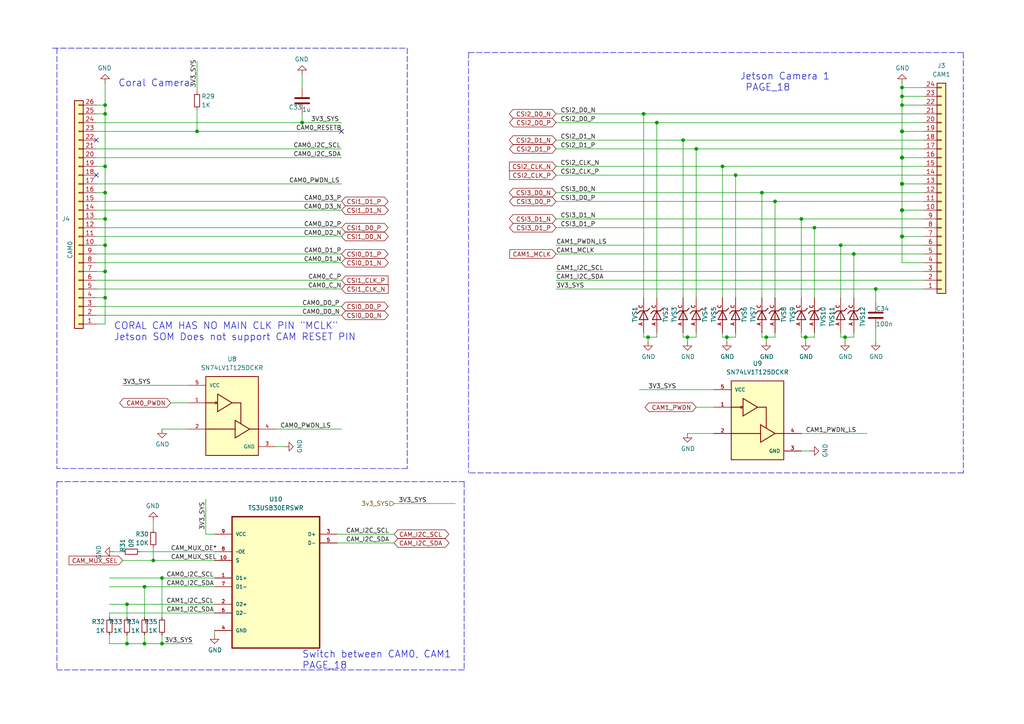
<source format=kicad_sch>
(kicad_sch (version 20211123) (generator eeschema)
  (paper "A4")
  (lib_symbols
    (symbol "Connector_Generic:Conn_01x24" (pin_names (offset 1.016) hide)
      (property "Reference" "J" (at 0 30.48 0))
      (property "Value" "Conn_01x24" (at 0 -33.02 0))
      (symbol "Conn_01x24_1_1"
        (rectangle (start -1.27 -30.353) (end 0 -30.607) (stroke (width 0.1524)))
        (rectangle (start -1.27 -27.813) (end 0 -28.067) (stroke (width 0.1524)))
        (rectangle (start -1.27 -25.273) (end 0 -25.527) (stroke (width 0.1524)))
        (rectangle (start -1.27 -22.733) (end 0 -22.987) (stroke (width 0.1524)))
        (rectangle (start -1.27 -20.193) (end 0 -20.447) (stroke (width 0.1524)))
        (rectangle (start -1.27 -17.653) (end 0 -17.907) (stroke (width 0.1524)))
        (rectangle (start -1.27 -15.113) (end 0 -15.367) (stroke (width 0.1524)))
        (rectangle (start -1.27 -12.573) (end 0 -12.827) (stroke (width 0.1524)))
        (rectangle (start -1.27 -10.033) (end 0 -10.287) (stroke (width 0.1524)))
        (rectangle (start -1.27 -7.493) (end 0 -7.747) (stroke (width 0.1524)))
        (rectangle (start -1.27 -4.953) (end 0 -5.207) (stroke (width 0.1524)))
        (rectangle (start -1.27 -2.413) (end 0 -2.667) (stroke (width 0.1524)))
        (rectangle (start -1.27 0.127) (end 0 -0.127) (stroke (width 0.1524)))
        (rectangle (start -1.27 2.667) (end 0 2.413) (stroke (width 0.1524)))
        (rectangle (start -1.27 5.207) (end 0 4.953) (stroke (width 0.1524)))
        (rectangle (start -1.27 7.747) (end 0 7.493) (stroke (width 0.1524)))
        (rectangle (start -1.27 10.287) (end 0 10.033) (stroke (width 0.1524)))
        (rectangle (start -1.27 12.827) (end 0 12.573) (stroke (width 0.1524)))
        (rectangle (start -1.27 15.367) (end 0 15.113) (stroke (width 0.1524)))
        (rectangle (start -1.27 17.907) (end 0 17.653) (stroke (width 0.1524)))
        (rectangle (start -1.27 20.447) (end 0 20.193) (stroke (width 0.1524)))
        (rectangle (start -1.27 22.987) (end 0 22.733) (stroke (width 0.1524)))
        (rectangle (start -1.27 25.527) (end 0 25.273) (stroke (width 0.1524)))
        (rectangle (start -1.27 28.067) (end 0 27.813) (stroke (width 0.1524)))
        (rectangle (start -1.27 29.21) (end 1.27 -31.75) (stroke (width 0.254)) (fill (type background)))
        (pin passive line (at -5.08 27.94 0) (length 3.81) (name "Pin_1") (number "1"))
        (pin passive line (at -5.08 5.08 0) (length 3.81) (name "Pin_10") (number "10"))
        (pin passive line (at -5.08 2.54 0) (length 3.81) (name "Pin_11") (number "11"))
        (pin passive line (at -5.08 0 0) (length 3.81) (name "Pin_12") (number "12"))
        (pin passive line (at -5.08 -2.54 0) (length 3.81) (name "Pin_13") (number "13"))
        (pin passive line (at -5.08 -5.08 0) (length 3.81) (name "Pin_14") (number "14"))
        (pin passive line (at -5.08 -7.62 0) (length 3.81) (name "Pin_15") (number "15"))
        (pin passive line (at -5.08 -10.16 0) (length 3.81) (name "Pin_16") (number "16"))
        (pin passive line (at -5.08 -12.7 0) (length 3.81) (name "Pin_17") (number "17"))
        (pin passive line (at -5.08 -15.24 0) (length 3.81) (name "Pin_18") (number "18"))
        (pin passive line (at -5.08 -17.78 0) (length 3.81) (name "Pin_19") (number "19"))
        (pin passive line (at -5.08 25.4 0) (length 3.81) (name "Pin_2") (number "2"))
        (pin passive line (at -5.08 -20.32 0) (length 3.81) (name "Pin_20") (number "20"))
        (pin passive line (at -5.08 -22.86 0) (length 3.81) (name "Pin_21") (number "21"))
        (pin passive line (at -5.08 -25.4 0) (length 3.81) (name "Pin_22") (number "22"))
        (pin passive line (at -5.08 -27.94 0) (length 3.81) (name "Pin_23") (number "23"))
        (pin passive line (at -5.08 -30.48 0) (length 3.81) (name "Pin_24") (number "24"))
        (pin passive line (at -5.08 22.86 0) (length 3.81) (name "Pin_3") (number "3"))
        (pin passive line (at -5.08 20.32 0) (length 3.81) (name "Pin_4") (number "4"))
        (pin passive line (at -5.08 17.78 0) (length 3.81) (name "Pin_5") (number "5"))
        (pin passive line (at -5.08 15.24 0) (length 3.81) (name "Pin_6") (number "6"))
        (pin passive line (at -5.08 12.7 0) (length 3.81) (name "Pin_7") (number "7"))
        (pin passive line (at -5.08 10.16 0) (length 3.81) (name "Pin_8") (number "8"))
        (pin passive line (at -5.08 7.62 0) (length 3.81) (name "Pin_9") (number "9"))
      )
    )
    (symbol "Connector_Generic:Conn_01x26" (pin_names (offset 1.016) hide)
      (property "Reference" "J" (at 0 33.02 0))
      (property "Value" "Conn_01x26" (at 0 -35.56 0))
      (symbol "Conn_01x26_1_1"
        (rectangle (start -1.27 -32.893) (end 0 -33.147) (stroke (width 0.1524)))
        (rectangle (start -1.27 -30.353) (end 0 -30.607) (stroke (width 0.1524)))
        (rectangle (start -1.27 -27.813) (end 0 -28.067) (stroke (width 0.1524)))
        (rectangle (start -1.27 -25.273) (end 0 -25.527) (stroke (width 0.1524)))
        (rectangle (start -1.27 -22.733) (end 0 -22.987) (stroke (width 0.1524)))
        (rectangle (start -1.27 -20.193) (end 0 -20.447) (stroke (width 0.1524)))
        (rectangle (start -1.27 -17.653) (end 0 -17.907) (stroke (width 0.1524)))
        (rectangle (start -1.27 -15.113) (end 0 -15.367) (stroke (width 0.1524)))
        (rectangle (start -1.27 -12.573) (end 0 -12.827) (stroke (width 0.1524)))
        (rectangle (start -1.27 -10.033) (end 0 -10.287) (stroke (width 0.1524)))
        (rectangle (start -1.27 -7.493) (end 0 -7.747) (stroke (width 0.1524)))
        (rectangle (start -1.27 -4.953) (end 0 -5.207) (stroke (width 0.1524)))
        (rectangle (start -1.27 -2.413) (end 0 -2.667) (stroke (width 0.1524)))
        (rectangle (start -1.27 0.127) (end 0 -0.127) (stroke (width 0.1524)))
        (rectangle (start -1.27 2.667) (end 0 2.413) (stroke (width 0.1524)))
        (rectangle (start -1.27 5.207) (end 0 4.953) (stroke (width 0.1524)))
        (rectangle (start -1.27 7.747) (end 0 7.493) (stroke (width 0.1524)))
        (rectangle (start -1.27 10.287) (end 0 10.033) (stroke (width 0.1524)))
        (rectangle (start -1.27 12.827) (end 0 12.573) (stroke (width 0.1524)))
        (rectangle (start -1.27 15.367) (end 0 15.113) (stroke (width 0.1524)))
        (rectangle (start -1.27 17.907) (end 0 17.653) (stroke (width 0.1524)))
        (rectangle (start -1.27 20.447) (end 0 20.193) (stroke (width 0.1524)))
        (rectangle (start -1.27 22.987) (end 0 22.733) (stroke (width 0.1524)))
        (rectangle (start -1.27 25.527) (end 0 25.273) (stroke (width 0.1524)))
        (rectangle (start -1.27 28.067) (end 0 27.813) (stroke (width 0.1524)))
        (rectangle (start -1.27 30.607) (end 0 30.353) (stroke (width 0.1524)))
        (rectangle (start -1.27 31.75) (end 1.27 -34.29) (stroke (width 0.254)) (fill (type background)))
        (pin passive line (at -5.08 30.48 0) (length 3.81) (name "Pin_1") (number "1"))
        (pin passive line (at -5.08 7.62 0) (length 3.81) (name "Pin_10") (number "10"))
        (pin passive line (at -5.08 5.08 0) (length 3.81) (name "Pin_11") (number "11"))
        (pin passive line (at -5.08 2.54 0) (length 3.81) (name "Pin_12") (number "12"))
        (pin passive line (at -5.08 0 0) (length 3.81) (name "Pin_13") (number "13"))
        (pin passive line (at -5.08 -2.54 0) (length 3.81) (name "Pin_14") (number "14"))
        (pin passive line (at -5.08 -5.08 0) (length 3.81) (name "Pin_15") (number "15"))
        (pin passive line (at -5.08 -7.62 0) (length 3.81) (name "Pin_16") (number "16"))
        (pin passive line (at -5.08 -10.16 0) (length 3.81) (name "Pin_17") (number "17"))
        (pin passive line (at -5.08 -12.7 0) (length 3.81) (name "Pin_18") (number "18"))
        (pin passive line (at -5.08 -15.24 0) (length 3.81) (name "Pin_19") (number "19"))
        (pin passive line (at -5.08 27.94 0) (length 3.81) (name "Pin_2") (number "2"))
        (pin passive line (at -5.08 -17.78 0) (length 3.81) (name "Pin_20") (number "20"))
        (pin passive line (at -5.08 -20.32 0) (length 3.81) (name "Pin_21") (number "21"))
        (pin passive line (at -5.08 -22.86 0) (length 3.81) (name "Pin_22") (number "22"))
        (pin passive line (at -5.08 -25.4 0) (length 3.81) (name "Pin_23") (number "23"))
        (pin passive line (at -5.08 -27.94 0) (length 3.81) (name "Pin_24") (number "24"))
        (pin passive line (at -5.08 -30.48 0) (length 3.81) (name "Pin_25") (number "25"))
        (pin passive line (at -5.08 -33.02 0) (length 3.81) (name "Pin_26") (number "26"))
        (pin passive line (at -5.08 25.4 0) (length 3.81) (name "Pin_3") (number "3"))
        (pin passive line (at -5.08 22.86 0) (length 3.81) (name "Pin_4") (number "4"))
        (pin passive line (at -5.08 20.32 0) (length 3.81) (name "Pin_5") (number "5"))
        (pin passive line (at -5.08 17.78 0) (length 3.81) (name "Pin_6") (number "6"))
        (pin passive line (at -5.08 15.24 0) (length 3.81) (name "Pin_7") (number "7"))
        (pin passive line (at -5.08 12.7 0) (length 3.81) (name "Pin_8") (number "8"))
        (pin passive line (at -5.08 10.16 0) (length 3.81) (name "Pin_9") (number "9"))
      )
    )
    (symbol "Device:C" (pin_numbers hide) (pin_names (offset 0.254))
      (property "Reference" "C" (at 0.635 2.54 0))
      (property "Value" "C" (at 0.635 -2.54 0))
      (symbol "C_0_1"
        (polyline (pts (xy -2.032 -0.762) (xy 2.032 -0.762)) (stroke (width 0.508)))
        (polyline (pts (xy -2.032 0.762) (xy 2.032 0.762)) (stroke (width 0.508)))
      )
      (symbol "C_1_1"
        (pin passive line (at 0 3.81 270) (length 2.794) (name "~") (number "1"))
        (pin passive line (at 0 -3.81 90) (length 2.794) (name "~") (number "2"))
      )
    )
    (symbol "Device:R_Small" (pin_numbers hide) (pin_names (offset 0.254) hide)
      (property "Reference" "R" (at 0.762 0.508 0))
      (property "Value" "R_Small" (at 0.762 -1.016 0))
      (symbol "R_Small_0_1"
        (rectangle (start -0.762 1.778) (end 0.762 -1.778) (stroke (width 0.2032)))
      )
      (symbol "R_Small_1_1"
        (pin passive line (at 0 2.54 270) (length 0.762) (name "~") (number "1"))
        (pin passive line (at 0 -2.54 90) (length 0.762) (name "~") (number "2"))
      )
    )
    (symbol "ESD9L5.0ST5G:ESD9L5.0ST5G" (pin_names (offset 1.016))
      (property "Reference" "D" (at -5.0835 2.9239 0))
      (property "Value" "ESD9L5.0ST5G" (at -4.8314 -3.9451 0))
      (symbol "ESD9L5.0ST5G_0_0"
        (polyline (pts (xy -1.27 -1.27) (xy 1.27 0)) (stroke (width 0.254)))
        (polyline (pts (xy -1.27 1.27) (xy -1.27 -1.27)) (stroke (width 0.254)))
        (polyline (pts (xy 1.27 -1.016) (xy 2.032 -1.778)) (stroke (width 0.254)))
        (polyline (pts (xy 1.27 0) (xy -1.27 1.27)) (stroke (width 0.254)))
        (polyline (pts (xy 1.27 0) (xy 1.27 -1.016)) (stroke (width 0.254)))
        (polyline (pts (xy 1.27 1.016) (xy 0.508 1.778)) (stroke (width 0.254)))
        (polyline (pts (xy 1.27 1.016) (xy 1.27 0)) (stroke (width 0.254)))
        (pin passive line (at -5.08 0 0) (length 5.08) (name "~") (number "A"))
        (pin passive line (at 5.08 0 180) (length 5.08) (name "~") (number "C"))
      )
    )
    (symbol "SN74LV1T125DCKR:SN74LV1T125DCKR" (pin_names (offset 1.016))
      (property "Reference" "U" (at -7.62 13.7 0))
      (property "Value" "SN74LV1T125DCKR" (at -7.62 -12.7 0))
      (symbol "SN74LV1T125DCKR_0_0"
        (rectangle (start -7.62 -10.16) (end 7.62 12.7) (stroke (width 0.254)) (fill (type background)))
        (circle (center -4.699 5.08) (radius 0.254) (stroke (width 0.254)))
        (polyline (pts (xy -7.62 -2.54) (xy 0.889 -2.54)) (stroke (width 0.254)))
        (polyline (pts (xy -7.62 5.08) (xy -5.08 5.08)) (stroke (width 0.254)))
        (polyline (pts (xy -4.191 2.54) (xy 0 5.08)) (stroke (width 0.254)))
        (polyline (pts (xy -4.191 7.62) (xy -4.191 2.54)) (stroke (width 0.254)))
        (polyline (pts (xy 0 5.08) (xy -4.191 7.62)) (stroke (width 0.254)))
        (polyline (pts (xy 0 5.08) (xy 2.54 5.08)) (stroke (width 0.254)))
        (polyline (pts (xy 0.889 -5.08) (xy 5.08 -2.54)) (stroke (width 0.254)))
        (polyline (pts (xy 0.889 -2.54) (xy 0.889 -5.08)) (stroke (width 0.254)))
        (polyline (pts (xy 0.889 0) (xy 0.889 -2.54)) (stroke (width 0.254)))
        (polyline (pts (xy 2.54 5.08) (xy 2.54 -0.889)) (stroke (width 0.254)))
        (polyline (pts (xy 5.08 -2.54) (xy 0.889 0)) (stroke (width 0.254)))
        (polyline (pts (xy 5.08 -2.54) (xy 7.62 -2.54)) (stroke (width 0.254)))
        (pin input line (at -12.7 5.08 0) (length 5.08) (name "~") (number "1"))
        (pin input line (at -12.7 -2.54 0) (length 5.08) (name "~") (number "2"))
        (pin power_in line (at 12.7 -7.62 180) (length 5.08) (name "GND") (number "3"))
        (pin output line (at 12.7 -2.54 180) (length 5.08) (name "~") (number "4"))
        (pin power_in line (at -12.7 10.16 0) (length 5.08) (name "VCC") (number "5"))
      )
    )
    (symbol "TS3USB30ERSWR:TS3USB30ERSWR" (pin_names (offset 1.016))
      (property "Reference" "U" (at -5.039 17.6619 0))
      (property "Value" "TS3USB30ERSWR" (at -4.757 -27.2704 0))
      (symbol "TS3USB30ERSWR_0_0"
        (rectangle (start -12.7 -22.86) (end 12.7 15.24) (stroke (width 0.4064)) (fill (type background)))
        (pin bidirectional line (at -17.78 -2.54 0) (length 5.08) (name "D1+") (number "1"))
        (pin input line (at -17.78 2.54 0) (length 5.08) (name "S") (number "10"))
        (pin bidirectional line (at -17.78 -10.16 0) (length 5.08) (name "D2+") (number "2"))
        (pin bidirectional line (at 17.78 10.16 180) (length 5.08) (name "D+") (number "3"))
        (pin passive line (at -17.78 -17.78 0) (length 5.08) (name "GND") (number "4"))
        (pin bidirectional line (at 17.78 7.62 180) (length 5.08) (name "D-") (number "5"))
        (pin bidirectional line (at -17.78 -12.7 0) (length 5.08) (name "D2-") (number "6"))
        (pin bidirectional line (at -17.78 -5.08 0) (length 5.08) (name "D1-") (number "7"))
        (pin input line (at -17.78 5.08 0) (length 5.08) (name "~OE") (number "8"))
        (pin power_in line (at -17.78 10.16 0) (length 5.08) (name "VCC") (number "9"))
      )
    )
    (symbol "power:GND" (power) (pin_names (offset 0))
      (property "Value" "GND" (at 0 -3.81 0))
      (symbol "GND_0_1"
        (polyline (pts (xy 0 0) (xy 0 -1.27) (xy 1.27 -1.27) (xy 0 -2.54) (xy -1.27 -1.27) (xy 0 -1.27)))
      )
      (symbol "GND_1_1"
        (pin power_in line (at 0 0 270) (length 0) hide (name "GND") (number "1"))
      )
    )
  )
  (junction (at 261.62 30.48))
  (junction (at 210.82 97.79))
  (junction (at 46.99 167.64))
  (junction (at 30.48 86.36))
  (junction (at 44.45 162.56))
  (junction (at 46.99 186.69))
  (junction (at 243.84 71.12))
  (junction (at 30.48 48.26))
  (junction (at 261.62 53.34) (diameter 1.016))
  (junction (at 232.41 63.5))
  (junction (at 224.79 58.42))
  (junction (at 261.62 38.1) (diameter 1.016))
  (junction (at 30.48 78.74))
  (junction (at 261.62 45.72) (diameter 1.016))
  (junction (at 209.55 48.26))
  (junction (at 233.68 97.79))
  (junction (at 187.96 97.79))
  (junction (at 220.98 55.88))
  (junction (at 30.48 30.48))
  (junction (at 36.83 186.69))
  (junction (at 201.93 43.18))
  (junction (at 213.36 50.8))
  (junction (at 87.63 35.56))
  (junction (at 186.69 33.02))
  (junction (at 57.15 38.1))
  (junction (at 36.83 175.26))
  (junction (at 30.48 55.88))
  (junction (at 261.62 27.94))
  (junction (at 190.5 35.56))
  (junction (at 236.22 66.04))
  (junction (at 41.91 186.69))
  (junction (at 247.65 73.66))
  (junction (at 30.48 63.5))
  (junction (at 41.91 170.18))
  (junction (at 261.62 25.4))
  (junction (at 254 83.82))
  (junction (at 245.11 97.79))
  (junction (at 30.48 71.12))
  (junction (at 199.39 97.79))
  (junction (at 30.48 33.02))
  (junction (at 198.12 40.64))
  (junction (at 222.25 97.79))
  (junction (at 261.62 68.58) (diameter 1.016))
  (junction (at 261.62 60.96) (diameter 1.016))
  (no_connect (at 27.94 40.64))
  (no_connect (at 99.06 38.1))
  (no_connect (at 27.94 50.8))
  (wire (pts (xy 36.83 186.69) (xy 31.75 186.69)))
  (wire (pts (xy 41.91 184.15) (xy 41.91 186.69)))
  (wire (pts (xy 30.48 86.36) (xy 27.94 86.36)))
  (wire (pts (xy 213.36 97.79) (xy 210.82 97.79)))
  (wire (pts (xy 198.12 97.79) (xy 198.12 96.52)))
  (wire (pts (xy 161.29 66.04) (xy 236.22 66.04)))
  (wire (pts (xy 57.15 17.78) (xy 57.15 26.67)))
  (wire (pts (xy 30.48 24.13) (xy 30.48 30.48)))
  (wire (pts (xy 186.69 33.02) (xy 267.97 33.02)))
  (polyline (pts (xy 134.62 194.31) (xy 16.51 194.31)))
  (wire (pts (xy 27.94 78.74) (xy 30.48 78.74)))
  (wire (pts (xy 213.36 96.52) (xy 213.36 97.79)))
  (wire (pts (xy 46.99 186.69) (xy 41.91 186.69)))
  (polyline (pts (xy 16.51 13.97) (xy 16.51 135.89)))
  (wire (pts (xy 220.98 55.88) (xy 220.98 86.36)))
  (wire (pts (xy 49.53 116.84) (xy 54.61 116.84)))
  (wire (pts (xy 27.94 66.04) (xy 99.06 66.04)))
  (wire (pts (xy 236.22 97.79) (xy 233.68 97.79)))
  (wire (pts (xy 161.29 71.12) (xy 243.84 71.12)))
  (wire (pts (xy 220.98 55.88) (xy 267.97 55.88)))
  (wire (pts (xy 209.55 48.26) (xy 267.97 48.26)))
  (wire (pts (xy 46.99 167.64) (xy 62.23 167.64)))
  (wire (pts (xy 97.79 154.94) (xy 114.3 154.94)))
  (wire (pts (xy 44.45 151.13) (xy 44.45 153.67)))
  (wire (pts (xy 199.39 97.79) (xy 198.12 97.79)))
  (wire (pts (xy 27.94 43.18) (xy 99.06 43.18)))
  (wire (pts (xy 35.56 111.76) (xy 54.61 111.76)))
  (polyline (pts (xy 16.51 139.7) (xy 134.62 139.7)))
  (wire (pts (xy 27.94 81.28) (xy 99.06 81.28)))
  (wire (pts (xy 186.69 33.02) (xy 186.69 86.36)))
  (wire (pts (xy 30.48 33.02) (xy 27.94 33.02)))
  (wire (pts (xy 220.98 97.79) (xy 220.98 96.52)))
  (wire (pts (xy 190.5 97.79) (xy 187.96 97.79)))
  (polyline (pts (xy 134.62 139.7) (xy 134.62 194.31)))
  (wire (pts (xy 232.41 125.73) (xy 251.46 125.73)))
  (wire (pts (xy 261.62 25.4) (xy 261.62 24.13)))
  (wire (pts (xy 31.75 177.8) (xy 31.75 179.07)))
  (wire (pts (xy 254 83.82) (xy 267.97 83.82)))
  (wire (pts (xy 190.5 35.56) (xy 267.97 35.56)))
  (wire (pts (xy 186.69 97.79) (xy 186.69 96.52)))
  (wire (pts (xy 209.55 97.79) (xy 209.55 96.52)))
  (wire (pts (xy 40.64 160.02) (xy 62.23 160.02)))
  (wire (pts (xy 187.96 97.79) (xy 186.69 97.79)))
  (wire (pts (xy 97.79 157.48) (xy 114.3 157.48)))
  (polyline (pts (xy 118.11 135.89) (xy 16.51 135.89)))
  (wire (pts (xy 41.91 170.18) (xy 62.23 170.18)))
  (wire (pts (xy 30.48 55.88) (xy 30.48 63.5)))
  (wire (pts (xy 232.41 63.5) (xy 232.41 86.36)))
  (wire (pts (xy 224.79 58.42) (xy 267.97 58.42)))
  (wire (pts (xy 224.79 58.42) (xy 224.79 86.36)))
  (polyline (pts (xy 279.4 137.16) (xy 156.21 137.16)))
  (wire (pts (xy 31.75 175.26) (xy 36.83 175.26)))
  (wire (pts (xy 33.02 160.02) (xy 35.56 160.02)))
  (wire (pts (xy 27.94 71.12) (xy 30.48 71.12)))
  (wire (pts (xy 261.62 38.1) (xy 267.97 38.1)))
  (wire (pts (xy 261.62 30.48) (xy 267.97 30.48)))
  (wire (pts (xy 161.29 50.8) (xy 213.36 50.8)))
  (wire (pts (xy 233.68 99.06) (xy 233.68 97.79)))
  (wire (pts (xy 161.29 48.26) (xy 209.55 48.26)))
  (wire (pts (xy 62.23 184.15) (xy 62.23 182.88)))
  (wire (pts (xy 247.65 96.52) (xy 247.65 97.79)))
  (wire (pts (xy 27.94 38.1) (xy 57.15 38.1)))
  (wire (pts (xy 245.11 97.79) (xy 243.84 97.79)))
  (wire (pts (xy 30.48 71.12) (xy 30.48 78.74)))
  (wire (pts (xy 161.29 33.02) (xy 186.69 33.02)))
  (wire (pts (xy 27.94 76.2) (xy 99.06 76.2)))
  (wire (pts (xy 30.48 33.02) (xy 30.48 30.48)))
  (wire (pts (xy 41.91 170.18) (xy 41.91 179.07)))
  (wire (pts (xy 224.79 97.79) (xy 222.25 97.79)))
  (wire (pts (xy 36.83 184.15) (xy 36.83 186.69)))
  (wire (pts (xy 27.94 35.56) (xy 87.63 35.56)))
  (wire (pts (xy 46.99 186.69) (xy 55.88 186.69)))
  (polyline (pts (xy 16.51 139.7) (xy 16.51 194.31)))
  (wire (pts (xy 80.01 124.46) (xy 99.06 124.46)))
  (wire (pts (xy 190.5 35.56) (xy 190.5 86.36)))
  (wire (pts (xy 201.93 97.79) (xy 199.39 97.79)))
  (wire (pts (xy 27.94 45.72) (xy 99.06 45.72)))
  (polyline (pts (xy 135.89 15.24) (xy 135.89 137.16)))
  (wire (pts (xy 30.48 55.88) (xy 30.48 48.26)))
  (wire (pts (xy 213.36 50.8) (xy 213.36 86.36)))
  (wire (pts (xy 261.62 45.72) (xy 261.62 38.1)))
  (wire (pts (xy 232.41 97.79) (xy 232.41 96.52)))
  (wire (pts (xy 261.62 27.94) (xy 267.97 27.94)))
  (wire (pts (xy 27.94 93.98) (xy 30.48 93.98)))
  (wire (pts (xy 254 99.06) (xy 254 95.25)))
  (polyline (pts (xy 156.21 137.16) (xy 135.89 137.16)))
  (polyline (pts (xy 279.4 15.24) (xy 279.4 137.16)))
  (wire (pts (xy 27.94 68.58) (xy 99.06 68.58)))
  (wire (pts (xy 161.29 73.66) (xy 247.65 73.66)))
  (wire (pts (xy 27.94 60.96) (xy 99.06 60.96)))
  (wire (pts (xy 261.62 76.2) (xy 267.97 76.2)))
  (wire (pts (xy 261.62 45.72) (xy 267.97 45.72)))
  (wire (pts (xy 236.22 96.52) (xy 236.22 97.79)))
  (wire (pts (xy 30.48 93.98) (xy 30.48 86.36)))
  (wire (pts (xy 261.62 27.94) (xy 261.62 25.4)))
  (wire (pts (xy 261.62 25.4) (xy 267.97 25.4)))
  (wire (pts (xy 87.63 35.56) (xy 99.06 35.56)))
  (wire (pts (xy 222.25 99.06) (xy 222.25 97.79)))
  (wire (pts (xy 35.56 162.56) (xy 44.45 162.56)))
  (wire (pts (xy 243.84 97.79) (xy 243.84 96.52)))
  (wire (pts (xy 27.94 73.66) (xy 99.06 73.66)))
  (wire (pts (xy 30.48 48.26) (xy 30.48 33.02)))
  (wire (pts (xy 224.79 96.52) (xy 224.79 97.79)))
  (wire (pts (xy 190.5 96.52) (xy 190.5 97.79)))
  (wire (pts (xy 236.22 66.04) (xy 236.22 86.36)))
  (wire (pts (xy 114.3 146.05) (xy 132.08 146.05)))
  (wire (pts (xy 236.22 66.04) (xy 267.97 66.04)))
  (wire (pts (xy 30.48 78.74) (xy 30.48 86.36)))
  (wire (pts (xy 161.29 78.74) (xy 267.97 78.74)))
  (wire (pts (xy 62.23 154.94) (xy 59.69 154.94)))
  (wire (pts (xy 261.62 30.48) (xy 261.62 27.94)))
  (wire (pts (xy 261.62 68.58) (xy 261.62 60.96)))
  (wire (pts (xy 199.39 125.73) (xy 207.01 125.73)))
  (polyline (pts (xy 118.11 13.97) (xy 118.11 135.89)))
  (wire (pts (xy 233.68 97.79) (xy 232.41 97.79)))
  (wire (pts (xy 46.99 124.46) (xy 54.61 124.46)))
  (wire (pts (xy 201.93 43.18) (xy 201.93 86.36)))
  (wire (pts (xy 44.45 158.75) (xy 44.45 162.56)))
  (wire (pts (xy 199.39 99.06) (xy 199.39 97.79)))
  (wire (pts (xy 27.94 58.42) (xy 99.06 58.42)))
  (wire (pts (xy 59.69 144.78) (xy 59.69 154.94)))
  (wire (pts (xy 41.91 186.69) (xy 36.83 186.69)))
  (wire (pts (xy 161.29 58.42) (xy 224.79 58.42)))
  (wire (pts (xy 261.62 60.96) (xy 267.97 60.96)))
  (wire (pts (xy 187.96 99.06) (xy 187.96 97.79)))
  (wire (pts (xy 27.94 91.44) (xy 99.06 91.44)))
  (wire (pts (xy 247.65 73.66) (xy 247.65 86.36)))
  (wire (pts (xy 201.93 43.18) (xy 267.97 43.18)))
  (wire (pts (xy 201.93 96.52) (xy 201.93 97.79)))
  (wire (pts (xy 161.29 55.88) (xy 220.98 55.88)))
  (wire (pts (xy 161.29 83.82) (xy 254 83.82)))
  (wire (pts (xy 31.75 170.18) (xy 41.91 170.18)))
  (wire (pts (xy 57.15 38.1) (xy 99.06 38.1)))
  (wire (pts (xy 46.99 184.15) (xy 46.99 186.69)))
  (wire (pts (xy 30.48 55.88) (xy 27.94 55.88)))
  (wire (pts (xy 261.62 53.34) (xy 267.97 53.34)))
  (wire (pts (xy 261.62 53.34) (xy 261.62 45.72)))
  (wire (pts (xy 210.82 99.06) (xy 210.82 97.79)))
  (wire (pts (xy 30.48 63.5) (xy 30.48 71.12)))
  (wire (pts (xy 87.63 33.02) (xy 87.63 35.56)))
  (wire (pts (xy 261.62 38.1) (xy 261.62 30.48)))
  (wire (pts (xy 27.94 83.82) (xy 99.06 83.82)))
  (wire (pts (xy 201.93 118.11) (xy 207.01 118.11)))
  (wire (pts (xy 161.29 43.18) (xy 201.93 43.18)))
  (wire (pts (xy 36.83 175.26) (xy 62.23 175.26)))
  (wire (pts (xy 87.63 21.59) (xy 87.63 25.4)))
  (wire (pts (xy 161.29 40.64) (xy 198.12 40.64)))
  (polyline (pts (xy 15.24 13.97) (xy 118.11 13.97)))
  (wire (pts (xy 30.48 30.48) (xy 27.94 30.48)))
  (polyline (pts (xy 156.21 137.16) (xy 156.21 137.16)))
  (wire (pts (xy 31.75 186.69) (xy 31.75 184.15)))
  (wire (pts (xy 161.29 81.28) (xy 267.97 81.28)))
  (wire (pts (xy 198.12 40.64) (xy 198.12 86.36)))
  (wire (pts (xy 27.94 53.34) (xy 99.06 53.34)))
  (wire (pts (xy 161.29 35.56) (xy 190.5 35.56)))
  (wire (pts (xy 243.84 71.12) (xy 267.97 71.12)))
  (wire (pts (xy 232.41 63.5) (xy 267.97 63.5)))
  (wire (pts (xy 210.82 97.79) (xy 209.55 97.79)))
  (wire (pts (xy 44.45 162.56) (xy 62.23 162.56)))
  (wire (pts (xy 31.75 167.64) (xy 46.99 167.64)))
  (wire (pts (xy 185.42 113.03) (xy 207.01 113.03)))
  (wire (pts (xy 247.65 73.66) (xy 267.97 73.66)))
  (polyline (pts (xy 135.89 15.24) (xy 279.4 15.24)))
  (wire (pts (xy 261.62 68.58) (xy 267.97 68.58)))
  (wire (pts (xy 222.25 97.79) (xy 220.98 97.79)))
  (wire (pts (xy 261.62 76.2) (xy 261.62 68.58)))
  (wire (pts (xy 261.62 60.96) (xy 261.62 53.34)))
  (wire (pts (xy 245.11 99.06) (xy 245.11 97.79)))
  (wire (pts (xy 209.55 48.26) (xy 209.55 86.36)))
  (wire (pts (xy 31.75 177.8) (xy 62.23 177.8)))
  (wire (pts (xy 82.55 129.54) (xy 80.01 129.54)))
  (wire (pts (xy 247.65 97.79) (xy 245.11 97.79)))
  (wire (pts (xy 36.83 175.26) (xy 36.83 179.07)))
  (wire (pts (xy 213.36 50.8) (xy 267.97 50.8)))
  (wire (pts (xy 161.29 63.5) (xy 232.41 63.5)))
  (wire (pts (xy 46.99 167.64) (xy 46.99 179.07)))
  (wire (pts (xy 30.48 48.26) (xy 27.94 48.26)))
  (wire (pts (xy 243.84 71.12) (xy 243.84 86.36)))
  (wire (pts (xy 30.48 63.5) (xy 27.94 63.5)))
  (wire (pts (xy 27.94 88.9) (xy 99.06 88.9)))
  (wire (pts (xy 234.95 130.81) (xy 232.41 130.81)))
  (wire (pts (xy 254 83.82) (xy 254 87.63)))
  (wire (pts (xy 198.12 40.64) (xy 267.97 40.64)))
  (wire (pts (xy 57.15 31.75) (xy 57.15 38.1)))
  (text "CORAL CAM HAS NO MAIN CLK PIN \"MCLK\"\nJetson SOM Does not support CAM RESET PIN" (at 33.02 99.06 0) (effects (font (size 2.0066 2.0066)) (justify left bottom)))
  (text "Coral Camera" (at 34.29 25.4 0) (effects (font (size 2.0066 2.0066)) (justify left bottom)))
  (text "Switch between CAM0, CAM1\nPAGE_18" (at 87.63 194.31 0) (effects (font (size 2.0066 2.0066)) (justify left bottom)))
  (text "Jetson Camera 1\n PAGE_18" (at 214.63 26.67 0) (effects (font (size 2.0066 2.0066)) (justify left bottom)))
  (label "CAM0_D0_P" (at 87.63 88.9 0))
  (label "CAM1_I2C_SCL" (at 48.26 175.26 0))
  (label "CAM_MUX_OE*" (at 49.53 160.02 0))
  (label "3V3_SYS" (at 57.15 25.4 90))
  (label "CAM0_D3_P" (at 99.06 58.42 180))
  (label "CAM_MUX_SEL" (at 49.53 162.56 0))
  (label "3V3_SYS" (at 161.29 83.82 0))
  (label "CAM1_PWDN_LS" (at 233.68 125.73 0))
  (label "CAM1_I2C_SCL" (at 161.29 78.74 0))
  (label "CAM0_D0_N" (at 87.63 91.44 0))
  (label "3V3_SYS" (at 115.57 146.05 0))
  (label "CAM_I2C_SDA" (at 100.33 157.48 0))
  (label "3V3_SYS" (at 59.69 153.67 90))
  (label "CAM0_I2C_SDA" (at 48.26 170.18 0))
  (label "CAM0_D2_N" (at 99.06 68.58 180))
  (label "3V3_SYS" (at 90.17 35.56 0))
  (label "CSI3_D1_N" (at 162.56 63.5 0))
  (label "CSI3_D0_N" (at 162.56 55.88 0))
  (label "CAM0_C_P" (at 99.06 81.28 180))
  (label "CSI2_D1_N" (at 162.56 40.64 0))
  (label "CAM0_I2C_SCL" (at 85.09 43.18 0))
  (label "CSI3_D1_P" (at 162.56 66.04 0))
  (label "CAM0_D2_P" (at 99.06 66.04 180))
  (label "CAM0_PWDN_LS" (at 83.82 53.34 0))
  (label "CSI2_D1_P" (at 162.56 43.18 0))
  (label "CAM0_RESETB" (at 99.06 38.1 180))
  (label "CAM0_I2C_SDA" (at 85.09 45.72 0))
  (label "CAM0_PWDN_LS" (at 81.28 124.46 0))
  (label "CSI2_D0_P" (at 162.56 35.56 0))
  (label "CSI2_CLK_N" (at 162.56 48.26 0))
  (label "CAM1_I2C_SDA" (at 48.26 177.8 0))
  (label "CSI3_D0_P" (at 162.56 58.42 0))
  (label "CSI2_CLK_P" (at 162.56 50.8 0))
  (label "3V3_SYS" (at 35.56 111.76 0))
  (label "CAM_I2C_SCL" (at 100.33 154.94 0))
  (label "3V3_SYS" (at 187.96 113.03 0))
  (label "CAM0_D1_P" (at 99.06 73.66 180))
  (label "CAM0_D1_N" (at 99.06 76.2 180))
  (label "3V3_SYS" (at 55.88 186.69 180))
  (label "CAM1_PWDN_LS" (at 161.29 71.12 0))
  (label "CSI2_D0_N" (at 162.56 33.02 0))
  (label "CAM0_I2C_SCL" (at 48.26 167.64 0))
  (label "CAM0_C_N" (at 99.06 83.82 180))
  (label "CAM1_I2C_SDA" (at 161.29 81.28 0))
  (label "CAM1_MCLK" (at 161.29 73.66 0))
  (label "CAM0_D3_N" (at 99.06 60.96 180))
  (global_label "CSI3_D1_P" (shape bidirectional) (at 161.29 66.04 180) (property "Intersheet References" "${INTERSHEET_REFS}" (effects hide)))
  (global_label "CSI1_D1_P" (shape bidirectional) (at 99.06 58.42 0) (property "Intersheet References" "${INTERSHEET_REFS}" (effects hide)))
  (global_label "CSI0_D1_P" (shape bidirectional) (at 99.06 73.66 0) (property "Intersheet References" "${INTERSHEET_REFS}" (effects hide)))
  (global_label "CAM_I2C_SCL" (shape bidirectional) (at 114.3 154.94 0) (property "Intersheet References" "${INTERSHEET_REFS}" (effects hide)))
  (global_label "CAM0_PWDN" (shape bidirectional) (at 49.53 116.84 180) (property "Intersheet References" "${INTERSHEET_REFS}" (effects hide)))
  (global_label "CSI1_D0_P" (shape bidirectional) (at 99.06 66.04 0) (property "Intersheet References" "${INTERSHEET_REFS}" (effects hide)))
  (global_label "CSI2_D1_P" (shape bidirectional) (at 161.29 43.18 180) (property "Intersheet References" "${INTERSHEET_REFS}" (effects hide)))
  (global_label "CSI1_D1_N" (shape bidirectional) (at 99.06 60.96 0) (property "Intersheet References" "${INTERSHEET_REFS}" (effects hide)))
  (global_label "CSI1_D0_N" (shape bidirectional) (at 99.06 68.58 0) (property "Intersheet References" "${INTERSHEET_REFS}" (effects hide)))
  (global_label "CSI3_D0_P" (shape bidirectional) (at 161.29 58.42 180) (property "Intersheet References" "${INTERSHEET_REFS}" (effects hide)))
  (global_label "CAM1_PWDN" (shape bidirectional) (at 201.93 118.11 180) (property "Intersheet References" "${INTERSHEET_REFS}" (effects hide)))
  (global_label "CSI1_CLK_P" (shape input) (at 99.06 81.28 0) (property "Intersheet References" "${INTERSHEET_REFS}" (effects hide)))
  (global_label "CSI1_CLK_N" (shape input) (at 99.06 83.82 0) (property "Intersheet References" "${INTERSHEET_REFS}" (effects hide)))
  (global_label "CSI0_D0_N" (shape bidirectional) (at 99.06 91.44 0) (property "Intersheet References" "${INTERSHEET_REFS}" (effects hide)))
  (global_label "CAM1_MCLK" (shape input) (at 161.29 73.66 180) (property "Intersheet References" "${INTERSHEET_REFS}" (effects hide)))
  (global_label "CSI3_D1_N" (shape bidirectional) (at 161.29 63.5 180) (property "Intersheet References" "${INTERSHEET_REFS}" (effects hide)))
  (global_label "CAM_I2C_SDA" (shape bidirectional) (at 114.3 157.48 0) (property "Intersheet References" "${INTERSHEET_REFS}" (effects hide)))
  (global_label "CSI0_D0_P" (shape bidirectional) (at 99.06 88.9 0) (property "Intersheet References" "${INTERSHEET_REFS}" (effects hide)))
  (global_label "CSI3_D0_N" (shape bidirectional) (at 161.29 55.88 180) (property "Intersheet References" "${INTERSHEET_REFS}" (effects hide)))
  (global_label "CSI2_D0_N" (shape bidirectional) (at 161.29 33.02 180) (property "Intersheet References" "${INTERSHEET_REFS}" (effects hide)))
  (global_label "CAM_MUX_SEL" (shape input) (at 35.56 162.56 180) (property "Intersheet References" "${INTERSHEET_REFS}" (effects hide)))
  (global_label "CSI2_D1_N" (shape bidirectional) (at 161.29 40.64 180) (property "Intersheet References" "${INTERSHEET_REFS}" (effects hide)))
  (global_label "CSI2_D0_P" (shape bidirectional) (at 161.29 35.56 180) (property "Intersheet References" "${INTERSHEET_REFS}" (effects hide)))
  (global_label "CSI2_CLK_P" (shape input) (at 161.29 50.8 180) (property "Intersheet References" "${INTERSHEET_REFS}" (effects hide)))
  (global_label "CSI2_CLK_N" (shape input) (at 161.29 48.26 180) (property "Intersheet References" "${INTERSHEET_REFS}" (effects hide)))
  (global_label "CSI0_D1_N" (shape bidirectional) (at 99.06 76.2 0) (property "Intersheet References" "${INTERSHEET_REFS}" (effects hide)))
  (hierarchical_label "3v3_SYS" (shape input) (at 114.3 146.05 180))
  (symbol (lib_id "SN74LV1T125DCKR:SN74LV1T125DCKR") (at 67.31 121.92 0) (unit 1)
    (property "Reference" "U8" (at 67.31 104.14 0))
    (property "Value" "SN74LV1T125DCKR" (at 67.31 106.68 0))
    (property "Footprint" "SN74LV1T125DCKR:SOT65P210X110-5N" (effects hide))
    (property "PARTREV" "A" (effects hide))
    (property "MANUFACTURER" "Texas Instruments" (effects hide))
    (property "MAXIMUM_PACKAGE_HEIGHT" "1.1mm" (effects hide))
    (property "STANDARD" "IPC-7351B" (effects hide))
    (property "LCSC" "C75925" (effects hide))
  )
  (symbol (lib_id "Device:R_Small") (at 36.83 181.61 0) (mirror y) (unit 1)
    (property "Reference" "R33" (at 35.56 180.34 0) (effects (justify left)))
    (property "Value" "1K" (at 35.56 182.88 0) (effects (justify left)))
    (property "Footprint" "Resistor_SMD:R_0201_0603Metric" (effects hide))
    (property "LCSC" "C131396" (effects hide))
  )
  (symbol (lib_id "Device:R_Small") (at 57.15 29.21 0) (unit 1)
    (property "Reference" "R29" (at 58.42 27.94 0) (effects (justify left)))
    (property "Value" "1K" (at 58.42 30.48 0) (effects (justify left)))
    (property "Footprint" "Resistor_SMD:R_0201_0603Metric" (effects hide))
    (property "LCSC" "C131396" (effects hide))
  )
  (symbol (lib_id "ESD9L5.0ST5G:ESD9L5.0ST5G") (at 243.84 91.44 90) (unit 1)
    (property "Reference" "TVS11" (at 241.3 88.9 0) (effects (justify right)))
    (property "Value" "ESD9L5.0ST5G" (effects hide))
    (property "Footprint" "ESD9L5:DIOM1006X40N" (effects hide))
    (property "PARTREV" "7" (effects hide))
    (property "MANUFACTURER" "OnSemi" (effects hide))
    (property "MAXIMUM_PACKAGE_HEIGHT" "0.4mm" (effects hide))
    (property "STANDARD" "IPC-7351B" (effects hide))
    (property "LCSC" "C2682269" (effects hide))
  )
  (symbol (lib_id "power:GND") (at 33.02 160.02 270) (unit 1)
    (property "Reference" "#PWR0137" (effects hide))
    (property "Value" "GND" (at 28.6258 160.147 0))
  )
  (symbol (lib_id "Connector_Generic:Conn_01x24") (at 273.05 55.88 0) (mirror x) (unit 1)
    (property "Reference" "J3" (at 273.05 19.05 0))
    (property "Value" "CAM1" (at 273.05 21.59 0))
    (property "Footprint" "Connector_FFC-FPC:Hirose_FH12-22S-0.5SH_1x22-1MP_P0.50mm_Horizontal" (effects hide))
    (property "LCSC" "C262668" (effects hide))
  )
  (symbol (lib_id "power:GND") (at 62.23 184.15 0) (unit 1)
    (property "Reference" "#PWR0139" (effects hide))
    (property "Value" "GND" (at 62.357 188.5442 0))
  )
  (symbol (lib_id "ESD9L5.0ST5G:ESD9L5.0ST5G") (at 190.5 91.44 90) (unit 1)
    (property "Reference" "TVS2" (at 193.04 88.9 0) (effects (justify right)))
    (property "Value" "ESD9L5.0ST5G" (effects hide))
    (property "Footprint" "ESD9L5:DIOM1006X40N" (effects hide))
    (property "PARTREV" "7" (effects hide))
    (property "MANUFACTURER" "OnSemi" (effects hide))
    (property "MAXIMUM_PACKAGE_HEIGHT" "0.4mm" (effects hide))
    (property "STANDARD" "IPC-7351B" (effects hide))
    (property "LCSC" "C2682269" (effects hide))
  )
  (symbol (lib_id "power:GND") (at 210.82 99.06 0) (unit 1)
    (property "Reference" "#PWR0149" (effects hide))
    (property "Value" "GND" (at 210.947 103.4542 0))
  )
  (symbol (lib_id "power:GND") (at 187.96 99.06 0) (unit 1)
    (property "Reference" "#PWR0148" (effects hide))
    (property "Value" "GND" (at 188.087 103.4542 0))
  )
  (symbol (lib_id "Device:C") (at 87.63 29.21 180) (unit 1)
    (property "Reference" "C33" (at 87.63 31.115 0) (effects (justify left)))
    (property "Value" "1u" (at 90.17 31.75 0) (effects (justify left)))
    (property "Footprint" "Capacitor_SMD:C_0201_0603Metric" (effects hide))
    (property "Datasheet" "https://psearch.en.murata.com/capacitor/product/GRM155R62A104KE14%23.pdf" (effects hide))
    (property "Field4" "Farnell" (effects hide))
    (property "Field5" "2611907" (effects hide))
    (property "Field6" "GRM155R62A104KE14D" (effects hide))
    (property "Field7" "Murata" (effects hide))
    (property "LCSC" "C107005" (effects hide))
  )
  (symbol (lib_id "Device:R_Small") (at 41.91 181.61 0) (mirror y) (unit 1)
    (property "Reference" "R34" (at 40.64 180.34 0) (effects (justify left)))
    (property "Value" "1K" (at 40.64 182.88 0) (effects (justify left)))
    (property "Footprint" "Resistor_SMD:R_0201_0603Metric" (effects hide))
    (property "LCSC" "C131396" (effects hide))
  )
  (symbol (lib_id "ESD9L5.0ST5G:ESD9L5.0ST5G") (at 247.65 91.44 90) (unit 1)
    (property "Reference" "TVS12" (at 250.19 88.9 0) (effects (justify right)))
    (property "Value" "ESD9L5.0ST5G" (effects hide))
    (property "Footprint" "ESD9L5:DIOM1006X40N" (effects hide))
    (property "PARTREV" "7" (effects hide))
    (property "MANUFACTURER" "OnSemi" (effects hide))
    (property "MAXIMUM_PACKAGE_HEIGHT" "0.4mm" (effects hide))
    (property "STANDARD" "IPC-7351B" (effects hide))
    (property "LCSC" "C2682269" (effects hide))
  )
  (symbol (lib_id "ESD9L5.0ST5G:ESD9L5.0ST5G") (at 220.98 91.44 90) (unit 1)
    (property "Reference" "TVS7" (at 218.44 88.9 0) (effects (justify right)))
    (property "Value" "ESD9L5.0ST5G" (effects hide))
    (property "Footprint" "ESD9L5:DIOM1006X40N" (effects hide))
    (property "PARTREV" "7" (effects hide))
    (property "MANUFACTURER" "OnSemi" (effects hide))
    (property "MAXIMUM_PACKAGE_HEIGHT" "0.4mm" (effects hide))
    (property "STANDARD" "IPC-7351B" (effects hide))
    (property "LCSC" "C2682269" (effects hide))
  )
  (symbol (lib_id "ESD9L5.0ST5G:ESD9L5.0ST5G") (at 186.69 91.44 90) (unit 1)
    (property "Reference" "TVS1" (at 184.15 88.9 0) (effects (justify right)))
    (property "Value" "ESD9L5.0ST5G" (effects hide))
    (property "Footprint" "ESD9L5:DIOM1006X40N" (effects hide))
    (property "PARTREV" "7" (effects hide))
    (property "MANUFACTURER" "OnSemi" (effects hide))
    (property "MAXIMUM_PACKAGE_HEIGHT" "0.4mm" (effects hide))
    (property "STANDARD" "IPC-7351B" (effects hide))
    (property "LCSC" "C2682269" (effects hide))
  )
  (symbol (lib_id "power:GND") (at 199.39 99.06 0) (unit 1)
    (property "Reference" "#PWR0144" (effects hide))
    (property "Value" "GND" (at 199.517 103.4542 0))
  )
  (symbol (lib_id "power:GND") (at 46.99 124.46 0) (unit 1)
    (property "Reference" "#PWR0136" (effects hide))
    (property "Value" "GND" (at 47.117 128.8542 0))
  )
  (symbol (lib_id "power:GND") (at 199.39 125.73 0) (unit 1)
    (property "Reference" "#PWR0143" (effects hide))
    (property "Value" "GND" (at 199.517 130.1242 0))
  )
  (symbol (lib_id "ESD9L5.0ST5G:ESD9L5.0ST5G") (at 213.36 91.44 90) (unit 1)
    (property "Reference" "TVS6" (at 215.9 88.9 0) (effects (justify right)))
    (property "Value" "ESD9L5.0ST5G" (effects hide))
    (property "Footprint" "ESD9L5:DIOM1006X40N" (effects hide))
    (property "PARTREV" "7" (effects hide))
    (property "MANUFACTURER" "OnSemi" (effects hide))
    (property "MAXIMUM_PACKAGE_HEIGHT" "0.4mm" (effects hide))
    (property "STANDARD" "IPC-7351B" (effects hide))
    (property "LCSC" "C2682269" (effects hide))
  )
  (symbol (lib_id "power:GND") (at 222.25 99.06 0) (unit 1)
    (property "Reference" "#PWR0145" (effects hide))
    (property "Value" "GND" (at 222.377 103.4542 0))
  )
  (symbol (lib_id "SN74LV1T125DCKR:SN74LV1T125DCKR") (at 219.71 123.19 0) (unit 1)
    (property "Reference" "U9" (at 219.71 105.41 0))
    (property "Value" "SN74LV1T125DCKR" (at 219.71 107.95 0))
    (property "Footprint" "SN74LV1T125DCKR:SOT65P210X110-5N" (effects hide))
    (property "PARTREV" "A" (effects hide))
    (property "MANUFACTURER" "Texas Instruments" (effects hide))
    (property "MAXIMUM_PACKAGE_HEIGHT" "1.1mm" (effects hide))
    (property "STANDARD" "IPC-7351B" (effects hide))
    (property "LCSC" "C75925" (effects hide))
  )
  (symbol (lib_id "power:GND") (at 233.68 99.06 0) (unit 1)
    (property "Reference" "#PWR0147" (effects hide))
    (property "Value" "GND" (at 233.807 103.4542 0))
  )
  (symbol (lib_id "TS3USB30ERSWR:TS3USB30ERSWR") (at 80.01 165.1 0) (unit 1)
    (property "Reference" "U10" (at 80.01 144.78 0))
    (property "Value" "TS3USB30ERSWR" (at 80.01 147.32 0))
    (property "Footprint" "TS3USB30ERSWR:QFN40P140X180X55-10N" (effects hide))
    (property "MPN" "TS3USB30ERSWR" (effects hide))
    (property "SUPPLIER" "Texas Instruments" (effects hide))
    (property "OC_NEWARK" "45P8339" (effects hide))
    (property "OC_FARNELL" "1755574" (effects hide))
    (property "PACKAGE" "UQFN-10" (effects hide))
  )
  (symbol (lib_id "ESD9L5.0ST5G:ESD9L5.0ST5G") (at 224.79 91.44 90) (unit 1)
    (property "Reference" "TVS8" (at 227.33 88.9 0) (effects (justify right)))
    (property "Value" "ESD9L5.0ST5G" (effects hide))
    (property "Footprint" "ESD9L5:DIOM1006X40N" (effects hide))
    (property "PARTREV" "7" (effects hide))
    (property "MANUFACTURER" "OnSemi" (effects hide))
    (property "MAXIMUM_PACKAGE_HEIGHT" "0.4mm" (effects hide))
    (property "STANDARD" "IPC-7351B" (effects hide))
    (property "LCSC" "C2682269" (effects hide))
  )
  (symbol (lib_id "Connector_Generic:Conn_01x26") (at 22.86 63.5 180) (unit 1)
    (property "Reference" "J4" (at 20.32 63.5001 0) (effects (justify left)))
    (property "Value" "CAM0" (at 20.32 69.85 90) (effects (justify left)))
    (property "Footprint" "EXT-LIB:FPC-SMD_P0.50-24P_QCHF-SM-H2.0" (effects hide))
    (property "Datasheet" "https://datasheet.lcsc.com/lcsc/1811021329_JUSHUO-AFC24-S24FIA-00_C262683.pdf" (effects hide))
    (property "LCSC" "C262683" (effects hide))
    (property "MPN" "FH12-24S-0.5SH(55)" (effects hide))
  )
  (symbol (lib_id "Device:R_Small") (at 44.45 156.21 0) (mirror y) (unit 1)
    (property "Reference" "R30" (at 43.18 154.94 0) (effects (justify left)))
    (property "Value" "10K" (at 43.18 157.48 0) (effects (justify left)))
    (property "Footprint" "Resistor_SMD:R_0201_0603Metric" (effects hide))
    (property "LCSC" "C106225" (effects hide))
  )
  (symbol (lib_id "power:GND") (at 87.63 21.59 180) (unit 1)
    (property "Reference" "#PWR0133" (effects hide))
    (property "Value" "GND" (at 87.503 17.1958 0))
  )
  (symbol (lib_id "Device:R_Small") (at 31.75 181.61 0) (mirror y) (unit 1)
    (property "Reference" "R32" (at 30.48 180.34 0) (effects (justify left)))
    (property "Value" "1K" (at 30.48 182.88 0) (effects (justify left)))
    (property "Footprint" "Resistor_SMD:R_0201_0603Metric" (effects hide))
    (property "LCSC" "C131396" (effects hide))
  )
  (symbol (lib_id "Device:C") (at 254 91.44 0) (unit 1)
    (property "Reference" "C34" (at 254 89.535 0) (effects (justify left)))
    (property "Value" "100n" (at 254 93.98 0) (effects (justify left)))
    (property "Footprint" "Capacitor_SMD:C_0201_0603Metric" (effects hide))
    (property "Datasheet" "https://psearch.en.murata.com/capacitor/product/GRM155R62A104KE14%23.pdf" (effects hide))
    (property "Field4" "Farnell" (effects hide))
    (property "Field5" "2611907" (effects hide))
    (property "Field6" "GRM155R62A104KE14D" (effects hide))
    (property "Field7" "Murata" (effects hide))
    (property "Part Description" "	0.1uF 10% 100V Ceramic Capacitor X5R 0402 (1005 Metric)" (effects hide))
    (property "LCSC" "C307331" (effects hide))
  )
  (symbol (lib_id "power:GND") (at 30.48 24.13 180) (unit 1)
    (property "Reference" "#PWR0134" (effects hide))
    (property "Value" "GND" (at 30.353 19.7358 0))
  )
  (symbol (lib_id "ESD9L5.0ST5G:ESD9L5.0ST5G") (at 236.22 91.44 90) (unit 1)
    (property "Reference" "TVS10" (at 238.76 88.9 0) (effects (justify right)))
    (property "Value" "ESD9L5.0ST5G" (effects hide))
    (property "Footprint" "ESD9L5:DIOM1006X40N" (effects hide))
    (property "PARTREV" "7" (effects hide))
    (property "MANUFACTURER" "OnSemi" (effects hide))
    (property "MAXIMUM_PACKAGE_HEIGHT" "0.4mm" (effects hide))
    (property "STANDARD" "IPC-7351B" (effects hide))
    (property "LCSC" "C2682269" (effects hide))
  )
  (symbol (lib_id "power:GND") (at 245.11 99.06 0) (unit 1)
    (property "Reference" "#PWR0142" (effects hide))
    (property "Value" "GND" (at 245.237 103.4542 0))
  )
  (symbol (lib_id "ESD9L5.0ST5G:ESD9L5.0ST5G") (at 209.55 91.44 90) (unit 1)
    (property "Reference" "TVS5" (at 207.01 88.9 0) (effects (justify right)))
    (property "Value" "ESD9L5.0ST5G" (effects hide))
    (property "Footprint" "ESD9L5:DIOM1006X40N" (effects hide))
    (property "PARTREV" "7" (effects hide))
    (property "MANUFACTURER" "OnSemi" (effects hide))
    (property "MAXIMUM_PACKAGE_HEIGHT" "0.4mm" (effects hide))
    (property "STANDARD" "IPC-7351B" (effects hide))
    (property "LCSC" "C2682269" (effects hide))
  )
  (symbol (lib_id "power:GND") (at 234.95 130.81 90) (unit 1)
    (property "Reference" "#PWR0146" (effects hide))
    (property "Value" "GND" (at 239.3442 130.683 0))
  )
  (symbol (lib_id "ESD9L5.0ST5G:ESD9L5.0ST5G") (at 201.93 91.44 90) (unit 1)
    (property "Reference" "TVS4" (at 204.47 88.9 0) (effects (justify right)))
    (property "Value" "ESD9L5.0ST5G" (effects hide))
    (property "Footprint" "ESD9L5:DIOM1006X40N" (effects hide))
    (property "PARTREV" "7" (effects hide))
    (property "MANUFACTURER" "OnSemi" (effects hide))
    (property "MAXIMUM_PACKAGE_HEIGHT" "0.4mm" (effects hide))
    (property "STANDARD" "IPC-7351B" (effects hide))
    (property "LCSC" "C2682269" (effects hide))
  )
  (symbol (lib_id "power:GND") (at 254 99.06 0) (unit 1)
    (property "Reference" "#PWR0140" (effects hide))
    (property "Value" "GND" (at 254.127 103.4542 0))
  )
  (symbol (lib_id "ESD9L5.0ST5G:ESD9L5.0ST5G") (at 232.41 91.44 90) (unit 1)
    (property "Reference" "TVS9" (at 229.87 88.9 0) (effects (justify right)))
    (property "Value" "ESD9L5.0ST5G" (effects hide))
    (property "Footprint" "ESD9L5:DIOM1006X40N" (effects hide))
    (property "PARTREV" "7" (effects hide))
    (property "MANUFACTURER" "OnSemi" (effects hide))
    (property "MAXIMUM_PACKAGE_HEIGHT" "0.4mm" (effects hide))
    (property "STANDARD" "IPC-7351B" (effects hide))
    (property "LCSC" "C2682269" (effects hide))
  )
  (symbol (lib_id "ESD9L5.0ST5G:ESD9L5.0ST5G") (at 198.12 91.44 90) (unit 1)
    (property "Reference" "TVS3" (at 195.58 88.9 0) (effects (justify right)))
    (property "Value" "ESD9L5.0ST5G" (effects hide))
    (property "Footprint" "ESD9L5:DIOM1006X40N" (effects hide))
    (property "PARTREV" "7" (effects hide))
    (property "MANUFACTURER" "OnSemi" (effects hide))
    (property "MAXIMUM_PACKAGE_HEIGHT" "0.4mm" (effects hide))
    (property "STANDARD" "IPC-7351B" (effects hide))
    (property "LCSC" "C2682269" (effects hide))
  )
  (symbol (lib_id "power:GND") (at 44.45 151.13 180) (unit 1)
    (property "Reference" "#PWR0138" (effects hide))
    (property "Value" "GND" (at 44.323 146.7358 0))
  )
  (symbol (lib_id "Device:R_Small") (at 46.99 181.61 0) (mirror y) (unit 1)
    (property "Reference" "R35" (at 45.72 180.34 0) (effects (justify left)))
    (property "Value" "1K" (at 45.72 182.88 0) (effects (justify left)))
    (property "Footprint" "Resistor_SMD:R_0201_0603Metric" (effects hide))
    (property "LCSC" "C131396" (effects hide))
  )
  (symbol (lib_id "Device:R_Small") (at 38.1 160.02 90) (mirror x) (unit 1)
    (property "Reference" "R31" (at 35.56 156.21 0) (effects (justify left)))
    (property "Value" "0R" (at 38.1 156.21 0) (effects (justify left)))
    (property "Footprint" "Resistor_SMD:R_0201_0603Metric" (effects hide))
    (property "LCSC" "C106228" (effects hide))
  )
  (symbol (lib_id "power:GND") (at 82.55 129.54 90) (unit 1)
    (property "Reference" "#PWR0135" (effects hide))
    (property "Value" "GND" (at 86.9442 129.413 0))
  )
  (symbol (lib_id "power:GND") (at 261.62 24.13 0) (mirror x) (unit 1)
    (property "Reference" "#PWR0141" (effects hide))
    (property "Value" "GND" (at 261.747 19.7358 0))
  )
)
</source>
